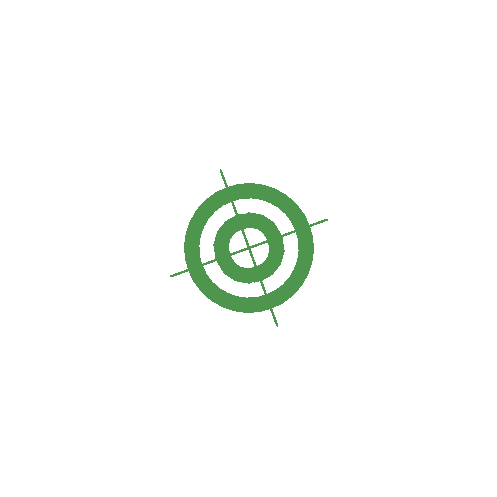
<source format=gbr>
G04 Verification of moire aperture macro *
%MOMM*%
%FSLAX23Y23*%
%OFA0.0000B0.0000*%
G90*
G04 parameters are
G04 1 X coordinate of center point, a decimal*
G04 2 Y coordinate of center point, a decimal*
G04 3 Outer diameter of outer concentric ring, a decimal >= 0*
G04 4 Ring thickness, a decimal >= 0*
G04 5 Gap between rings, a decimal >= 0*
G04 6 Maximum number of rings, an integer >= 0*
G04 7 Cross hair thickness, a decimal >= 0*
G04 8 Cross hair length, a decimal >= 0*
G04 9 Rotation angle of the moiré primitive*
%AMMOIRE*
6,0,0, 11.0,1.3,1.2,6, 0.2,14, 20*
%
G04 Outline*
%ADD10C,0.1*%
X0Y0D02*
G54D10*
X0Y0D01*
X40000D01*
Y40000D01*
X0D01*
Y0D01*
G04 Draw Moire *
%ADD10MOIRE*%
G54D10*
X20000Y20000D03*
M02*

</source>
